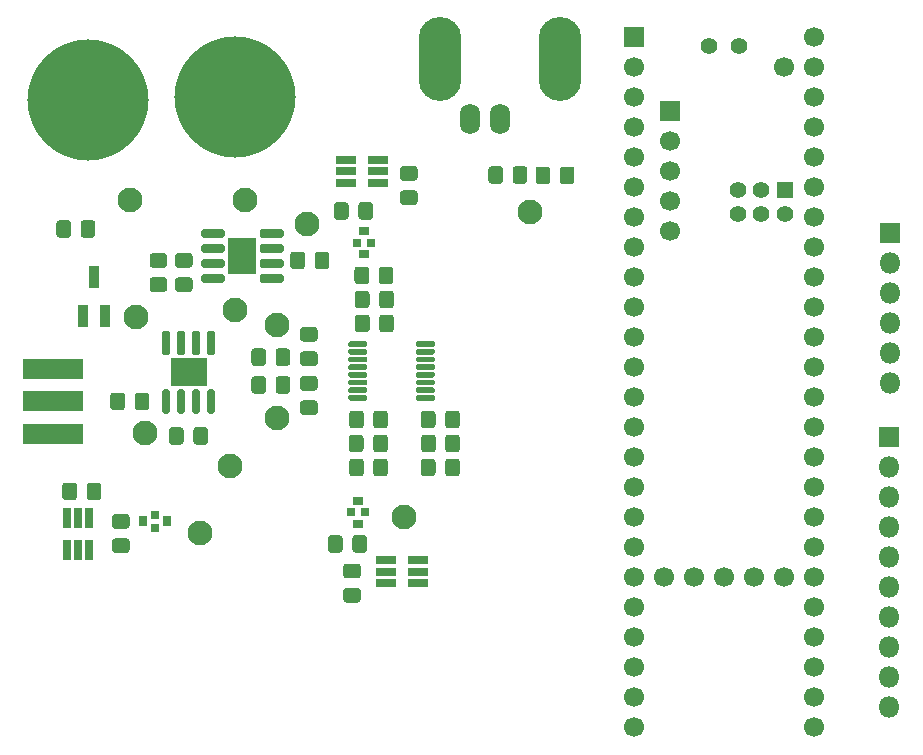
<source format=gbr>
%TF.GenerationSoftware,KiCad,Pcbnew,(5.1.6-0-10_14)*%
%TF.CreationDate,2020-09-18T15:54:44-07:00*%
%TF.ProjectId,AD7766_dev_board,41443737-3636-45f6-9465-765f626f6172,rev?*%
%TF.SameCoordinates,Original*%
%TF.FileFunction,Soldermask,Top*%
%TF.FilePolarity,Negative*%
%FSLAX46Y46*%
G04 Gerber Fmt 4.6, Leading zero omitted, Abs format (unit mm)*
G04 Created by KiCad (PCBNEW (5.1.6-0-10_14)) date 2020-09-18 15:54:44*
%MOMM*%
%LPD*%
G01*
G04 APERTURE LIST*
%ADD10R,0.900000X1.900000*%
%ADD11C,2.100000*%
%ADD12O,1.800000X1.800000*%
%ADD13R,1.800000X1.800000*%
%ADD14C,1.400000*%
%ADD15C,1.700000*%
%ADD16R,1.400000X1.400000*%
%ADD17R,1.700000X1.700000*%
%ADD18R,3.100000X2.390000*%
%ADD19R,1.660000X0.750000*%
%ADD20R,0.750000X1.660000*%
%ADD21R,2.390000X3.100000*%
%ADD22C,10.260000*%
%ADD23O,3.600000X7.100000*%
%ADD24O,1.700000X2.600000*%
%ADD25R,5.180000X1.700000*%
%ADD26R,0.650000X0.700000*%
%ADD27R,0.900000X0.700000*%
%ADD28R,0.700000X0.650000*%
%ADD29R,0.700000X0.900000*%
G04 APERTURE END LIST*
D10*
%TO.C,D2*%
X-13208000Y8890000D03*
X-12258000Y5590000D03*
X-14158000Y5590000D03*
%TD*%
D11*
%TO.C,TP19*%
X2286000Y-3048000D03*
%TD*%
%TO.C,TP18*%
X2286000Y4826000D03*
%TD*%
%TO.C,TP14*%
X-1651000Y-7112000D03*
%TD*%
%TO.C,TP12*%
X-1270000Y6096000D03*
%TD*%
%TO.C,TP8*%
X23749000Y14351000D03*
%TD*%
%TO.C,TP7*%
X13081000Y-11430000D03*
%TD*%
%TO.C,TP6*%
X4826000Y13335000D03*
%TD*%
%TO.C,TP5*%
X-8890000Y-4318000D03*
%TD*%
%TO.C,TP4*%
X-4191000Y-12827000D03*
%TD*%
%TO.C,TP3*%
X-9652000Y5461000D03*
%TD*%
%TO.C,TP2*%
X-381000Y15367000D03*
%TD*%
%TO.C,TP1*%
X-10160000Y15367000D03*
%TD*%
%TO.C,R10*%
G36*
G01*
X26233000Y17008738D02*
X26233000Y17965262D01*
G75*
G02*
X26504738Y18237000I271738J0D01*
G01*
X27211262Y18237000D01*
G75*
G02*
X27483000Y17965262I0J-271738D01*
G01*
X27483000Y17008738D01*
G75*
G02*
X27211262Y16737000I-271738J0D01*
G01*
X26504738Y16737000D01*
G75*
G02*
X26233000Y17008738I0J271738D01*
G01*
G37*
G36*
G01*
X24183000Y17008738D02*
X24183000Y17965262D01*
G75*
G02*
X24454738Y18237000I271738J0D01*
G01*
X25161262Y18237000D01*
G75*
G02*
X25433000Y17965262I0J-271738D01*
G01*
X25433000Y17008738D01*
G75*
G02*
X25161262Y16737000I-271738J0D01*
G01*
X24454738Y16737000D01*
G75*
G02*
X24183000Y17008738I0J271738D01*
G01*
G37*
%TD*%
%TO.C,R9*%
G36*
G01*
X22235000Y17047738D02*
X22235000Y18004262D01*
G75*
G02*
X22506738Y18276000I271738J0D01*
G01*
X23213262Y18276000D01*
G75*
G02*
X23485000Y18004262I0J-271738D01*
G01*
X23485000Y17047738D01*
G75*
G02*
X23213262Y16776000I-271738J0D01*
G01*
X22506738Y16776000D01*
G75*
G02*
X22235000Y17047738I0J271738D01*
G01*
G37*
G36*
G01*
X20185000Y17047738D02*
X20185000Y18004262D01*
G75*
G02*
X20456738Y18276000I271738J0D01*
G01*
X21163262Y18276000D01*
G75*
G02*
X21435000Y18004262I0J-271738D01*
G01*
X21435000Y17047738D01*
G75*
G02*
X21163262Y16776000I-271738J0D01*
G01*
X20456738Y16776000D01*
G75*
G02*
X20185000Y17047738I0J271738D01*
G01*
G37*
%TD*%
D12*
%TO.C,J4*%
X54102000Y-27559000D03*
X54102000Y-25019000D03*
X54102000Y-22479000D03*
X54102000Y-19939000D03*
X54102000Y-17399000D03*
X54102000Y-14859000D03*
X54102000Y-12319000D03*
X54102000Y-9779000D03*
X54102000Y-7239000D03*
D13*
X54102000Y-4699000D03*
%TD*%
D12*
%TO.C,J3*%
X54229000Y-127000D03*
X54229000Y2413000D03*
X54229000Y4953000D03*
X54229000Y7493000D03*
X54229000Y10033000D03*
D13*
X54229000Y12573000D03*
%TD*%
D14*
%TO.C,U9*%
X41402000Y28480000D03*
X38862000Y28480000D03*
D15*
X45212000Y-16510000D03*
X42672000Y-16510000D03*
X40132000Y-16510000D03*
X37592000Y-16510000D03*
X35052000Y-16510000D03*
D14*
X41313600Y16240000D03*
X41313600Y14240000D03*
X43313600Y14240000D03*
X43313600Y16240000D03*
X45313600Y14240000D03*
D16*
X45313600Y16240000D03*
D15*
X32512000Y-11430000D03*
X32512000Y-13970000D03*
X32512000Y-16510000D03*
X32512000Y-19050000D03*
X32512000Y-8890000D03*
X32512000Y-6350000D03*
X32512000Y-3810000D03*
X32512000Y-21590000D03*
X32512000Y-24130000D03*
X32512000Y-26670000D03*
X32512000Y-29210000D03*
X47752000Y-29210000D03*
X47752000Y-26670000D03*
X47752000Y-24130000D03*
X47752000Y-21590000D03*
X47752000Y-19050000D03*
X47752000Y-16510000D03*
X47752000Y-13970000D03*
X47752000Y-11430000D03*
X47752000Y-8890000D03*
X47752000Y-6350000D03*
X32512000Y-1270000D03*
X32512000Y1270000D03*
X32512000Y3810000D03*
X32512000Y6350000D03*
X32512000Y8890000D03*
X32512000Y11430000D03*
X32512000Y13970000D03*
X32512000Y16510000D03*
X32512000Y19050000D03*
X32512000Y21590000D03*
X32512000Y24130000D03*
X32512000Y26670000D03*
D17*
X32512000Y29210000D03*
D15*
X47752000Y-3810000D03*
X47752000Y-1270000D03*
X47752000Y1270000D03*
X47752000Y3810000D03*
X47752000Y6350000D03*
X47752000Y8890000D03*
X47752000Y11430000D03*
X47752000Y13970000D03*
X47752000Y16510000D03*
X47752000Y19050000D03*
X47752000Y21590000D03*
X47752000Y24130000D03*
X47752000Y26670000D03*
X47752000Y29210000D03*
D17*
X35562800Y22910800D03*
D15*
X35562800Y20370800D03*
X35562800Y17830800D03*
X35562800Y15290800D03*
X35562800Y12750800D03*
X45212000Y26670000D03*
%TD*%
%TO.C,U8*%
G36*
G01*
X14071500Y3080000D02*
X14071500Y3330000D01*
G75*
G02*
X14196500Y3455000I125000J0D01*
G01*
X15521500Y3455000D01*
G75*
G02*
X15646500Y3330000I0J-125000D01*
G01*
X15646500Y3080000D01*
G75*
G02*
X15521500Y2955000I-125000J0D01*
G01*
X14196500Y2955000D01*
G75*
G02*
X14071500Y3080000I0J125000D01*
G01*
G37*
G36*
G01*
X14071500Y2430000D02*
X14071500Y2680000D01*
G75*
G02*
X14196500Y2805000I125000J0D01*
G01*
X15521500Y2805000D01*
G75*
G02*
X15646500Y2680000I0J-125000D01*
G01*
X15646500Y2430000D01*
G75*
G02*
X15521500Y2305000I-125000J0D01*
G01*
X14196500Y2305000D01*
G75*
G02*
X14071500Y2430000I0J125000D01*
G01*
G37*
G36*
G01*
X14071500Y1780000D02*
X14071500Y2030000D01*
G75*
G02*
X14196500Y2155000I125000J0D01*
G01*
X15521500Y2155000D01*
G75*
G02*
X15646500Y2030000I0J-125000D01*
G01*
X15646500Y1780000D01*
G75*
G02*
X15521500Y1655000I-125000J0D01*
G01*
X14196500Y1655000D01*
G75*
G02*
X14071500Y1780000I0J125000D01*
G01*
G37*
G36*
G01*
X14071500Y1130000D02*
X14071500Y1380000D01*
G75*
G02*
X14196500Y1505000I125000J0D01*
G01*
X15521500Y1505000D01*
G75*
G02*
X15646500Y1380000I0J-125000D01*
G01*
X15646500Y1130000D01*
G75*
G02*
X15521500Y1005000I-125000J0D01*
G01*
X14196500Y1005000D01*
G75*
G02*
X14071500Y1130000I0J125000D01*
G01*
G37*
G36*
G01*
X14071500Y480000D02*
X14071500Y730000D01*
G75*
G02*
X14196500Y855000I125000J0D01*
G01*
X15521500Y855000D01*
G75*
G02*
X15646500Y730000I0J-125000D01*
G01*
X15646500Y480000D01*
G75*
G02*
X15521500Y355000I-125000J0D01*
G01*
X14196500Y355000D01*
G75*
G02*
X14071500Y480000I0J125000D01*
G01*
G37*
G36*
G01*
X14071500Y-170000D02*
X14071500Y80000D01*
G75*
G02*
X14196500Y205000I125000J0D01*
G01*
X15521500Y205000D01*
G75*
G02*
X15646500Y80000I0J-125000D01*
G01*
X15646500Y-170000D01*
G75*
G02*
X15521500Y-295000I-125000J0D01*
G01*
X14196500Y-295000D01*
G75*
G02*
X14071500Y-170000I0J125000D01*
G01*
G37*
G36*
G01*
X14071500Y-820000D02*
X14071500Y-570000D01*
G75*
G02*
X14196500Y-445000I125000J0D01*
G01*
X15521500Y-445000D01*
G75*
G02*
X15646500Y-570000I0J-125000D01*
G01*
X15646500Y-820000D01*
G75*
G02*
X15521500Y-945000I-125000J0D01*
G01*
X14196500Y-945000D01*
G75*
G02*
X14071500Y-820000I0J125000D01*
G01*
G37*
G36*
G01*
X14071500Y-1470000D02*
X14071500Y-1220000D01*
G75*
G02*
X14196500Y-1095000I125000J0D01*
G01*
X15521500Y-1095000D01*
G75*
G02*
X15646500Y-1220000I0J-125000D01*
G01*
X15646500Y-1470000D01*
G75*
G02*
X15521500Y-1595000I-125000J0D01*
G01*
X14196500Y-1595000D01*
G75*
G02*
X14071500Y-1470000I0J125000D01*
G01*
G37*
G36*
G01*
X8346500Y-1470000D02*
X8346500Y-1220000D01*
G75*
G02*
X8471500Y-1095000I125000J0D01*
G01*
X9796500Y-1095000D01*
G75*
G02*
X9921500Y-1220000I0J-125000D01*
G01*
X9921500Y-1470000D01*
G75*
G02*
X9796500Y-1595000I-125000J0D01*
G01*
X8471500Y-1595000D01*
G75*
G02*
X8346500Y-1470000I0J125000D01*
G01*
G37*
G36*
G01*
X8346500Y-820000D02*
X8346500Y-570000D01*
G75*
G02*
X8471500Y-445000I125000J0D01*
G01*
X9796500Y-445000D01*
G75*
G02*
X9921500Y-570000I0J-125000D01*
G01*
X9921500Y-820000D01*
G75*
G02*
X9796500Y-945000I-125000J0D01*
G01*
X8471500Y-945000D01*
G75*
G02*
X8346500Y-820000I0J125000D01*
G01*
G37*
G36*
G01*
X8346500Y-170000D02*
X8346500Y80000D01*
G75*
G02*
X8471500Y205000I125000J0D01*
G01*
X9796500Y205000D01*
G75*
G02*
X9921500Y80000I0J-125000D01*
G01*
X9921500Y-170000D01*
G75*
G02*
X9796500Y-295000I-125000J0D01*
G01*
X8471500Y-295000D01*
G75*
G02*
X8346500Y-170000I0J125000D01*
G01*
G37*
G36*
G01*
X8346500Y480000D02*
X8346500Y730000D01*
G75*
G02*
X8471500Y855000I125000J0D01*
G01*
X9796500Y855000D01*
G75*
G02*
X9921500Y730000I0J-125000D01*
G01*
X9921500Y480000D01*
G75*
G02*
X9796500Y355000I-125000J0D01*
G01*
X8471500Y355000D01*
G75*
G02*
X8346500Y480000I0J125000D01*
G01*
G37*
G36*
G01*
X8346500Y1130000D02*
X8346500Y1380000D01*
G75*
G02*
X8471500Y1505000I125000J0D01*
G01*
X9796500Y1505000D01*
G75*
G02*
X9921500Y1380000I0J-125000D01*
G01*
X9921500Y1130000D01*
G75*
G02*
X9796500Y1005000I-125000J0D01*
G01*
X8471500Y1005000D01*
G75*
G02*
X8346500Y1130000I0J125000D01*
G01*
G37*
G36*
G01*
X8346500Y1780000D02*
X8346500Y2030000D01*
G75*
G02*
X8471500Y2155000I125000J0D01*
G01*
X9796500Y2155000D01*
G75*
G02*
X9921500Y2030000I0J-125000D01*
G01*
X9921500Y1780000D01*
G75*
G02*
X9796500Y1655000I-125000J0D01*
G01*
X8471500Y1655000D01*
G75*
G02*
X8346500Y1780000I0J125000D01*
G01*
G37*
G36*
G01*
X8346500Y2430000D02*
X8346500Y2680000D01*
G75*
G02*
X8471500Y2805000I125000J0D01*
G01*
X9796500Y2805000D01*
G75*
G02*
X9921500Y2680000I0J-125000D01*
G01*
X9921500Y2430000D01*
G75*
G02*
X9796500Y2305000I-125000J0D01*
G01*
X8471500Y2305000D01*
G75*
G02*
X8346500Y2430000I0J125000D01*
G01*
G37*
G36*
G01*
X8346500Y3080000D02*
X8346500Y3330000D01*
G75*
G02*
X8471500Y3455000I125000J0D01*
G01*
X9796500Y3455000D01*
G75*
G02*
X9921500Y3330000I0J-125000D01*
G01*
X9921500Y3080000D01*
G75*
G02*
X9796500Y2955000I-125000J0D01*
G01*
X8471500Y2955000D01*
G75*
G02*
X8346500Y3080000I0J125000D01*
G01*
G37*
%TD*%
D18*
%TO.C,U7*%
X-5195000Y825500D03*
G36*
G01*
X-6925000Y2275500D02*
X-7275000Y2275500D01*
G75*
G02*
X-7450000Y2450500I0J175000D01*
G01*
X-7450000Y4150500D01*
G75*
G02*
X-7275000Y4325500I175000J0D01*
G01*
X-6925000Y4325500D01*
G75*
G02*
X-6750000Y4150500I0J-175000D01*
G01*
X-6750000Y2450500D01*
G75*
G02*
X-6925000Y2275500I-175000J0D01*
G01*
G37*
G36*
G01*
X-5655000Y2275500D02*
X-6005000Y2275500D01*
G75*
G02*
X-6180000Y2450500I0J175000D01*
G01*
X-6180000Y4150500D01*
G75*
G02*
X-6005000Y4325500I175000J0D01*
G01*
X-5655000Y4325500D01*
G75*
G02*
X-5480000Y4150500I0J-175000D01*
G01*
X-5480000Y2450500D01*
G75*
G02*
X-5655000Y2275500I-175000J0D01*
G01*
G37*
G36*
G01*
X-4385000Y2275500D02*
X-4735000Y2275500D01*
G75*
G02*
X-4910000Y2450500I0J175000D01*
G01*
X-4910000Y4150500D01*
G75*
G02*
X-4735000Y4325500I175000J0D01*
G01*
X-4385000Y4325500D01*
G75*
G02*
X-4210000Y4150500I0J-175000D01*
G01*
X-4210000Y2450500D01*
G75*
G02*
X-4385000Y2275500I-175000J0D01*
G01*
G37*
G36*
G01*
X-3115000Y2275500D02*
X-3465000Y2275500D01*
G75*
G02*
X-3640000Y2450500I0J175000D01*
G01*
X-3640000Y4150500D01*
G75*
G02*
X-3465000Y4325500I175000J0D01*
G01*
X-3115000Y4325500D01*
G75*
G02*
X-2940000Y4150500I0J-175000D01*
G01*
X-2940000Y2450500D01*
G75*
G02*
X-3115000Y2275500I-175000J0D01*
G01*
G37*
G36*
G01*
X-3115000Y-2674500D02*
X-3465000Y-2674500D01*
G75*
G02*
X-3640000Y-2499500I0J175000D01*
G01*
X-3640000Y-799500D01*
G75*
G02*
X-3465000Y-624500I175000J0D01*
G01*
X-3115000Y-624500D01*
G75*
G02*
X-2940000Y-799500I0J-175000D01*
G01*
X-2940000Y-2499500D01*
G75*
G02*
X-3115000Y-2674500I-175000J0D01*
G01*
G37*
G36*
G01*
X-4385000Y-2674500D02*
X-4735000Y-2674500D01*
G75*
G02*
X-4910000Y-2499500I0J175000D01*
G01*
X-4910000Y-799500D01*
G75*
G02*
X-4735000Y-624500I175000J0D01*
G01*
X-4385000Y-624500D01*
G75*
G02*
X-4210000Y-799500I0J-175000D01*
G01*
X-4210000Y-2499500D01*
G75*
G02*
X-4385000Y-2674500I-175000J0D01*
G01*
G37*
G36*
G01*
X-5655000Y-2674500D02*
X-6005000Y-2674500D01*
G75*
G02*
X-6180000Y-2499500I0J175000D01*
G01*
X-6180000Y-799500D01*
G75*
G02*
X-6005000Y-624500I175000J0D01*
G01*
X-5655000Y-624500D01*
G75*
G02*
X-5480000Y-799500I0J-175000D01*
G01*
X-5480000Y-2499500D01*
G75*
G02*
X-5655000Y-2674500I-175000J0D01*
G01*
G37*
G36*
G01*
X-6925000Y-2674500D02*
X-7275000Y-2674500D01*
G75*
G02*
X-7450000Y-2499500I0J175000D01*
G01*
X-7450000Y-799500D01*
G75*
G02*
X-7275000Y-624500I175000J0D01*
G01*
X-6925000Y-624500D01*
G75*
G02*
X-6750000Y-799500I0J-175000D01*
G01*
X-6750000Y-2499500D01*
G75*
G02*
X-6925000Y-2674500I-175000J0D01*
G01*
G37*
%TD*%
D19*
%TO.C,U6*%
X14224000Y-16063000D03*
X14224000Y-15113000D03*
X14224000Y-17013000D03*
X11524000Y-17013000D03*
X11524000Y-16063000D03*
X11524000Y-15113000D03*
%TD*%
%TO.C,U5*%
X8175000Y17827000D03*
X8175000Y16877000D03*
X8175000Y18777000D03*
X10875000Y18777000D03*
X10875000Y17827000D03*
X10875000Y16877000D03*
%TD*%
D20*
%TO.C,U4*%
X-14539000Y-14257000D03*
X-13589000Y-14257000D03*
X-15489000Y-14257000D03*
X-15489000Y-11557000D03*
X-14539000Y-11557000D03*
X-13589000Y-11557000D03*
%TD*%
D21*
%TO.C,U3*%
X-635000Y10668000D03*
G36*
G01*
X815000Y12398000D02*
X815000Y12748000D01*
G75*
G02*
X990000Y12923000I175000J0D01*
G01*
X2690000Y12923000D01*
G75*
G02*
X2865000Y12748000I0J-175000D01*
G01*
X2865000Y12398000D01*
G75*
G02*
X2690000Y12223000I-175000J0D01*
G01*
X990000Y12223000D01*
G75*
G02*
X815000Y12398000I0J175000D01*
G01*
G37*
G36*
G01*
X815000Y11128000D02*
X815000Y11478000D01*
G75*
G02*
X990000Y11653000I175000J0D01*
G01*
X2690000Y11653000D01*
G75*
G02*
X2865000Y11478000I0J-175000D01*
G01*
X2865000Y11128000D01*
G75*
G02*
X2690000Y10953000I-175000J0D01*
G01*
X990000Y10953000D01*
G75*
G02*
X815000Y11128000I0J175000D01*
G01*
G37*
G36*
G01*
X815000Y9858000D02*
X815000Y10208000D01*
G75*
G02*
X990000Y10383000I175000J0D01*
G01*
X2690000Y10383000D01*
G75*
G02*
X2865000Y10208000I0J-175000D01*
G01*
X2865000Y9858000D01*
G75*
G02*
X2690000Y9683000I-175000J0D01*
G01*
X990000Y9683000D01*
G75*
G02*
X815000Y9858000I0J175000D01*
G01*
G37*
G36*
G01*
X815000Y8588000D02*
X815000Y8938000D01*
G75*
G02*
X990000Y9113000I175000J0D01*
G01*
X2690000Y9113000D01*
G75*
G02*
X2865000Y8938000I0J-175000D01*
G01*
X2865000Y8588000D01*
G75*
G02*
X2690000Y8413000I-175000J0D01*
G01*
X990000Y8413000D01*
G75*
G02*
X815000Y8588000I0J175000D01*
G01*
G37*
G36*
G01*
X-4135000Y8588000D02*
X-4135000Y8938000D01*
G75*
G02*
X-3960000Y9113000I175000J0D01*
G01*
X-2260000Y9113000D01*
G75*
G02*
X-2085000Y8938000I0J-175000D01*
G01*
X-2085000Y8588000D01*
G75*
G02*
X-2260000Y8413000I-175000J0D01*
G01*
X-3960000Y8413000D01*
G75*
G02*
X-4135000Y8588000I0J175000D01*
G01*
G37*
G36*
G01*
X-4135000Y9858000D02*
X-4135000Y10208000D01*
G75*
G02*
X-3960000Y10383000I175000J0D01*
G01*
X-2260000Y10383000D01*
G75*
G02*
X-2085000Y10208000I0J-175000D01*
G01*
X-2085000Y9858000D01*
G75*
G02*
X-2260000Y9683000I-175000J0D01*
G01*
X-3960000Y9683000D01*
G75*
G02*
X-4135000Y9858000I0J175000D01*
G01*
G37*
G36*
G01*
X-4135000Y11128000D02*
X-4135000Y11478000D01*
G75*
G02*
X-3960000Y11653000I175000J0D01*
G01*
X-2260000Y11653000D01*
G75*
G02*
X-2085000Y11478000I0J-175000D01*
G01*
X-2085000Y11128000D01*
G75*
G02*
X-2260000Y10953000I-175000J0D01*
G01*
X-3960000Y10953000D01*
G75*
G02*
X-4135000Y11128000I0J175000D01*
G01*
G37*
G36*
G01*
X-4135000Y12398000D02*
X-4135000Y12748000D01*
G75*
G02*
X-3960000Y12923000I175000J0D01*
G01*
X-2260000Y12923000D01*
G75*
G02*
X-2085000Y12748000I0J-175000D01*
G01*
X-2085000Y12398000D01*
G75*
G02*
X-2260000Y12223000I-175000J0D01*
G01*
X-3960000Y12223000D01*
G75*
G02*
X-4135000Y12398000I0J175000D01*
G01*
G37*
%TD*%
D22*
%TO.C,U2*%
X-1270000Y24130000D03*
%TD*%
%TO.C,U1*%
X-13716000Y23876000D03*
%TD*%
%TO.C,R8*%
G36*
G01*
X1369000Y224262D02*
X1369000Y-732262D01*
G75*
G02*
X1097262Y-1004000I-271738J0D01*
G01*
X390738Y-1004000D01*
G75*
G02*
X119000Y-732262I0J271738D01*
G01*
X119000Y224262D01*
G75*
G02*
X390738Y496000I271738J0D01*
G01*
X1097262Y496000D01*
G75*
G02*
X1369000Y224262I0J-271738D01*
G01*
G37*
G36*
G01*
X3419000Y224262D02*
X3419000Y-732262D01*
G75*
G02*
X3147262Y-1004000I-271738J0D01*
G01*
X2440738Y-1004000D01*
G75*
G02*
X2169000Y-732262I0J271738D01*
G01*
X2169000Y224262D01*
G75*
G02*
X2440738Y496000I271738J0D01*
G01*
X3147262Y496000D01*
G75*
G02*
X3419000Y224262I0J-271738D01*
G01*
G37*
%TD*%
%TO.C,R7*%
G36*
G01*
X1369000Y2573762D02*
X1369000Y1617238D01*
G75*
G02*
X1097262Y1345500I-271738J0D01*
G01*
X390738Y1345500D01*
G75*
G02*
X119000Y1617238I0J271738D01*
G01*
X119000Y2573762D01*
G75*
G02*
X390738Y2845500I271738J0D01*
G01*
X1097262Y2845500D01*
G75*
G02*
X1369000Y2573762I0J-271738D01*
G01*
G37*
G36*
G01*
X3419000Y2573762D02*
X3419000Y1617238D01*
G75*
G02*
X3147262Y1345500I-271738J0D01*
G01*
X2440738Y1345500D01*
G75*
G02*
X2169000Y1617238I0J271738D01*
G01*
X2169000Y2573762D01*
G75*
G02*
X2440738Y2845500I271738J0D01*
G01*
X3147262Y2845500D01*
G75*
G02*
X3419000Y2573762I0J-271738D01*
G01*
G37*
%TD*%
%TO.C,R6*%
G36*
G01*
X-5598000Y-4093738D02*
X-5598000Y-5050262D01*
G75*
G02*
X-5869738Y-5322000I-271738J0D01*
G01*
X-6576262Y-5322000D01*
G75*
G02*
X-6848000Y-5050262I0J271738D01*
G01*
X-6848000Y-4093738D01*
G75*
G02*
X-6576262Y-3822000I271738J0D01*
G01*
X-5869738Y-3822000D01*
G75*
G02*
X-5598000Y-4093738I0J-271738D01*
G01*
G37*
G36*
G01*
X-3548000Y-4093738D02*
X-3548000Y-5050262D01*
G75*
G02*
X-3819738Y-5322000I-271738J0D01*
G01*
X-4526262Y-5322000D01*
G75*
G02*
X-4798000Y-5050262I0J271738D01*
G01*
X-4798000Y-4093738D01*
G75*
G02*
X-4526262Y-3822000I271738J0D01*
G01*
X-3819738Y-3822000D01*
G75*
G02*
X-3548000Y-4093738I0J-271738D01*
G01*
G37*
%TD*%
%TO.C,R3*%
G36*
G01*
X-10569000Y-1172738D02*
X-10569000Y-2129262D01*
G75*
G02*
X-10840738Y-2401000I-271738J0D01*
G01*
X-11547262Y-2401000D01*
G75*
G02*
X-11819000Y-2129262I0J271738D01*
G01*
X-11819000Y-1172738D01*
G75*
G02*
X-11547262Y-901000I271738J0D01*
G01*
X-10840738Y-901000D01*
G75*
G02*
X-10569000Y-1172738I0J-271738D01*
G01*
G37*
G36*
G01*
X-8519000Y-1172738D02*
X-8519000Y-2129262D01*
G75*
G02*
X-8790738Y-2401000I-271738J0D01*
G01*
X-9497262Y-2401000D01*
G75*
G02*
X-9769000Y-2129262I0J271738D01*
G01*
X-9769000Y-1172738D01*
G75*
G02*
X-9497262Y-901000I271738J0D01*
G01*
X-8790738Y-901000D01*
G75*
G02*
X-8519000Y-1172738I0J-271738D01*
G01*
G37*
%TD*%
D23*
%TO.C,J2*%
X26289000Y27305000D03*
D24*
X21209000Y22225000D03*
D23*
X16129000Y27305000D03*
D24*
X18669000Y22225000D03*
%TD*%
D25*
%TO.C,J1*%
X-16706000Y-4421000D03*
X-16706000Y1119000D03*
X-16706000Y-1651000D03*
%TD*%
D26*
%TO.C,FL3*%
X9719000Y-11049000D03*
X8569000Y-11049000D03*
D27*
X9144000Y-10065000D03*
X9144000Y-12065000D03*
%TD*%
D26*
%TO.C,FL2*%
X9077000Y11779000D03*
X10227000Y11779000D03*
D27*
X9652000Y10795000D03*
X9652000Y12795000D03*
%TD*%
D28*
%TO.C,FL1*%
X-8001000Y-12386000D03*
X-8001000Y-11236000D03*
D29*
X-7017000Y-11811000D03*
X-9017000Y-11811000D03*
%TD*%
%TO.C,D1*%
G36*
G01*
X-14341000Y12475738D02*
X-14341000Y13432262D01*
G75*
G02*
X-14069262Y13704000I271738J0D01*
G01*
X-13362738Y13704000D01*
G75*
G02*
X-13091000Y13432262I0J-271738D01*
G01*
X-13091000Y12475738D01*
G75*
G02*
X-13362738Y12204000I-271738J0D01*
G01*
X-14069262Y12204000D01*
G75*
G02*
X-14341000Y12475738I0J271738D01*
G01*
G37*
G36*
G01*
X-16391000Y12475738D02*
X-16391000Y13432262D01*
G75*
G02*
X-16119262Y13704000I271738J0D01*
G01*
X-15412738Y13704000D01*
G75*
G02*
X-15141000Y13432262I0J-271738D01*
G01*
X-15141000Y12475738D01*
G75*
G02*
X-15412738Y12204000I-271738J0D01*
G01*
X-16119262Y12204000D01*
G75*
G02*
X-16391000Y12475738I0J271738D01*
G01*
G37*
%TD*%
%TO.C,CD9*%
G36*
G01*
X16520000Y-3653262D02*
X16520000Y-2696738D01*
G75*
G02*
X16791738Y-2425000I271738J0D01*
G01*
X17498262Y-2425000D01*
G75*
G02*
X17770000Y-2696738I0J-271738D01*
G01*
X17770000Y-3653262D01*
G75*
G02*
X17498262Y-3925000I-271738J0D01*
G01*
X16791738Y-3925000D01*
G75*
G02*
X16520000Y-3653262I0J271738D01*
G01*
G37*
G36*
G01*
X14470000Y-3653262D02*
X14470000Y-2696738D01*
G75*
G02*
X14741738Y-2425000I271738J0D01*
G01*
X15448262Y-2425000D01*
G75*
G02*
X15720000Y-2696738I0J-271738D01*
G01*
X15720000Y-3653262D01*
G75*
G02*
X15448262Y-3925000I-271738J0D01*
G01*
X14741738Y-3925000D01*
G75*
G02*
X14470000Y-3653262I0J271738D01*
G01*
G37*
%TD*%
%TO.C,CD8*%
G36*
G01*
X16538000Y-5685262D02*
X16538000Y-4728738D01*
G75*
G02*
X16809738Y-4457000I271738J0D01*
G01*
X17516262Y-4457000D01*
G75*
G02*
X17788000Y-4728738I0J-271738D01*
G01*
X17788000Y-5685262D01*
G75*
G02*
X17516262Y-5957000I-271738J0D01*
G01*
X16809738Y-5957000D01*
G75*
G02*
X16538000Y-5685262I0J271738D01*
G01*
G37*
G36*
G01*
X14488000Y-5685262D02*
X14488000Y-4728738D01*
G75*
G02*
X14759738Y-4457000I271738J0D01*
G01*
X15466262Y-4457000D01*
G75*
G02*
X15738000Y-4728738I0J-271738D01*
G01*
X15738000Y-5685262D01*
G75*
G02*
X15466262Y-5957000I-271738J0D01*
G01*
X14759738Y-5957000D01*
G75*
G02*
X14488000Y-5685262I0J271738D01*
G01*
G37*
%TD*%
%TO.C,CD7*%
G36*
G01*
X10897000Y8538738D02*
X10897000Y9495262D01*
G75*
G02*
X11168738Y9767000I271738J0D01*
G01*
X11875262Y9767000D01*
G75*
G02*
X12147000Y9495262I0J-271738D01*
G01*
X12147000Y8538738D01*
G75*
G02*
X11875262Y8267000I-271738J0D01*
G01*
X11168738Y8267000D01*
G75*
G02*
X10897000Y8538738I0J271738D01*
G01*
G37*
G36*
G01*
X8847000Y8538738D02*
X8847000Y9495262D01*
G75*
G02*
X9118738Y9767000I271738J0D01*
G01*
X9825262Y9767000D01*
G75*
G02*
X10097000Y9495262I0J-271738D01*
G01*
X10097000Y8538738D01*
G75*
G02*
X9825262Y8267000I-271738J0D01*
G01*
X9118738Y8267000D01*
G75*
G02*
X8847000Y8538738I0J271738D01*
G01*
G37*
%TD*%
%TO.C,CD6*%
G36*
G01*
X16520000Y-7717262D02*
X16520000Y-6760738D01*
G75*
G02*
X16791738Y-6489000I271738J0D01*
G01*
X17498262Y-6489000D01*
G75*
G02*
X17770000Y-6760738I0J-271738D01*
G01*
X17770000Y-7717262D01*
G75*
G02*
X17498262Y-7989000I-271738J0D01*
G01*
X16791738Y-7989000D01*
G75*
G02*
X16520000Y-7717262I0J271738D01*
G01*
G37*
G36*
G01*
X14470000Y-7717262D02*
X14470000Y-6760738D01*
G75*
G02*
X14741738Y-6489000I271738J0D01*
G01*
X15448262Y-6489000D01*
G75*
G02*
X15720000Y-6760738I0J-271738D01*
G01*
X15720000Y-7717262D01*
G75*
G02*
X15448262Y-7989000I-271738J0D01*
G01*
X14741738Y-7989000D01*
G75*
G02*
X14470000Y-7717262I0J271738D01*
G01*
G37*
%TD*%
%TO.C,CD5*%
G36*
G01*
X10932000Y6506738D02*
X10932000Y7463262D01*
G75*
G02*
X11203738Y7735000I271738J0D01*
G01*
X11910262Y7735000D01*
G75*
G02*
X12182000Y7463262I0J-271738D01*
G01*
X12182000Y6506738D01*
G75*
G02*
X11910262Y6235000I-271738J0D01*
G01*
X11203738Y6235000D01*
G75*
G02*
X10932000Y6506738I0J271738D01*
G01*
G37*
G36*
G01*
X8882000Y6506738D02*
X8882000Y7463262D01*
G75*
G02*
X9153738Y7735000I271738J0D01*
G01*
X9860262Y7735000D01*
G75*
G02*
X10132000Y7463262I0J-271738D01*
G01*
X10132000Y6506738D01*
G75*
G02*
X9860262Y6235000I-271738J0D01*
G01*
X9153738Y6235000D01*
G75*
G02*
X8882000Y6506738I0J271738D01*
G01*
G37*
%TD*%
%TO.C,CD4*%
G36*
G01*
X10941000Y4474738D02*
X10941000Y5431262D01*
G75*
G02*
X11212738Y5703000I271738J0D01*
G01*
X11919262Y5703000D01*
G75*
G02*
X12191000Y5431262I0J-271738D01*
G01*
X12191000Y4474738D01*
G75*
G02*
X11919262Y4203000I-271738J0D01*
G01*
X11212738Y4203000D01*
G75*
G02*
X10941000Y4474738I0J271738D01*
G01*
G37*
G36*
G01*
X8891000Y4474738D02*
X8891000Y5431262D01*
G75*
G02*
X9162738Y5703000I271738J0D01*
G01*
X9869262Y5703000D01*
G75*
G02*
X10141000Y5431262I0J-271738D01*
G01*
X10141000Y4474738D01*
G75*
G02*
X9869262Y4203000I-271738J0D01*
G01*
X9162738Y4203000D01*
G75*
G02*
X8891000Y4474738I0J271738D01*
G01*
G37*
%TD*%
%TO.C,CD3*%
G36*
G01*
X10442000Y-3653262D02*
X10442000Y-2696738D01*
G75*
G02*
X10713738Y-2425000I271738J0D01*
G01*
X11420262Y-2425000D01*
G75*
G02*
X11692000Y-2696738I0J-271738D01*
G01*
X11692000Y-3653262D01*
G75*
G02*
X11420262Y-3925000I-271738J0D01*
G01*
X10713738Y-3925000D01*
G75*
G02*
X10442000Y-3653262I0J271738D01*
G01*
G37*
G36*
G01*
X8392000Y-3653262D02*
X8392000Y-2696738D01*
G75*
G02*
X8663738Y-2425000I271738J0D01*
G01*
X9370262Y-2425000D01*
G75*
G02*
X9642000Y-2696738I0J-271738D01*
G01*
X9642000Y-3653262D01*
G75*
G02*
X9370262Y-3925000I-271738J0D01*
G01*
X8663738Y-3925000D01*
G75*
G02*
X8392000Y-3653262I0J271738D01*
G01*
G37*
%TD*%
%TO.C,CD2*%
G36*
G01*
X10424000Y-5685262D02*
X10424000Y-4728738D01*
G75*
G02*
X10695738Y-4457000I271738J0D01*
G01*
X11402262Y-4457000D01*
G75*
G02*
X11674000Y-4728738I0J-271738D01*
G01*
X11674000Y-5685262D01*
G75*
G02*
X11402262Y-5957000I-271738J0D01*
G01*
X10695738Y-5957000D01*
G75*
G02*
X10424000Y-5685262I0J271738D01*
G01*
G37*
G36*
G01*
X8374000Y-5685262D02*
X8374000Y-4728738D01*
G75*
G02*
X8645738Y-4457000I271738J0D01*
G01*
X9352262Y-4457000D01*
G75*
G02*
X9624000Y-4728738I0J-271738D01*
G01*
X9624000Y-5685262D01*
G75*
G02*
X9352262Y-5957000I-271738J0D01*
G01*
X8645738Y-5957000D01*
G75*
G02*
X8374000Y-5685262I0J271738D01*
G01*
G37*
%TD*%
%TO.C,CD1*%
G36*
G01*
X10442000Y-7717262D02*
X10442000Y-6760738D01*
G75*
G02*
X10713738Y-6489000I271738J0D01*
G01*
X11420262Y-6489000D01*
G75*
G02*
X11692000Y-6760738I0J-271738D01*
G01*
X11692000Y-7717262D01*
G75*
G02*
X11420262Y-7989000I-271738J0D01*
G01*
X10713738Y-7989000D01*
G75*
G02*
X10442000Y-7717262I0J271738D01*
G01*
G37*
G36*
G01*
X8392000Y-7717262D02*
X8392000Y-6760738D01*
G75*
G02*
X8663738Y-6489000I271738J0D01*
G01*
X9370262Y-6489000D01*
G75*
G02*
X9642000Y-6760738I0J-271738D01*
G01*
X9642000Y-7717262D01*
G75*
G02*
X9370262Y-7989000I-271738J0D01*
G01*
X8663738Y-7989000D01*
G75*
G02*
X8392000Y-7717262I0J271738D01*
G01*
G37*
%TD*%
%TO.C,C12*%
G36*
G01*
X4521738Y-1552000D02*
X5478262Y-1552000D01*
G75*
G02*
X5750000Y-1823738I0J-271738D01*
G01*
X5750000Y-2530262D01*
G75*
G02*
X5478262Y-2802000I-271738J0D01*
G01*
X4521738Y-2802000D01*
G75*
G02*
X4250000Y-2530262I0J271738D01*
G01*
X4250000Y-1823738D01*
G75*
G02*
X4521738Y-1552000I271738J0D01*
G01*
G37*
G36*
G01*
X4521738Y498000D02*
X5478262Y498000D01*
G75*
G02*
X5750000Y226262I0J-271738D01*
G01*
X5750000Y-480262D01*
G75*
G02*
X5478262Y-752000I-271738J0D01*
G01*
X4521738Y-752000D01*
G75*
G02*
X4250000Y-480262I0J271738D01*
G01*
X4250000Y226262D01*
G75*
G02*
X4521738Y498000I271738J0D01*
G01*
G37*
%TD*%
%TO.C,C11*%
G36*
G01*
X4521738Y2600000D02*
X5478262Y2600000D01*
G75*
G02*
X5750000Y2328262I0J-271738D01*
G01*
X5750000Y1621738D01*
G75*
G02*
X5478262Y1350000I-271738J0D01*
G01*
X4521738Y1350000D01*
G75*
G02*
X4250000Y1621738I0J271738D01*
G01*
X4250000Y2328262D01*
G75*
G02*
X4521738Y2600000I271738J0D01*
G01*
G37*
G36*
G01*
X4521738Y4650000D02*
X5478262Y4650000D01*
G75*
G02*
X5750000Y4378262I0J-271738D01*
G01*
X5750000Y3671738D01*
G75*
G02*
X5478262Y3400000I-271738J0D01*
G01*
X4521738Y3400000D01*
G75*
G02*
X4250000Y3671738I0J271738D01*
G01*
X4250000Y4378262D01*
G75*
G02*
X4521738Y4650000I271738J0D01*
G01*
G37*
%TD*%
%TO.C,C9*%
G36*
G01*
X7864000Y-13237738D02*
X7864000Y-14194262D01*
G75*
G02*
X7592262Y-14466000I-271738J0D01*
G01*
X6885738Y-14466000D01*
G75*
G02*
X6614000Y-14194262I0J271738D01*
G01*
X6614000Y-13237738D01*
G75*
G02*
X6885738Y-12966000I271738J0D01*
G01*
X7592262Y-12966000D01*
G75*
G02*
X7864000Y-13237738I0J-271738D01*
G01*
G37*
G36*
G01*
X9914000Y-13237738D02*
X9914000Y-14194262D01*
G75*
G02*
X9642262Y-14466000I-271738J0D01*
G01*
X8935738Y-14466000D01*
G75*
G02*
X8664000Y-14194262I0J271738D01*
G01*
X8664000Y-13237738D01*
G75*
G02*
X8935738Y-12966000I271738J0D01*
G01*
X9642262Y-12966000D01*
G75*
G02*
X9914000Y-13237738I0J-271738D01*
G01*
G37*
%TD*%
%TO.C,C8*%
G36*
G01*
X8372000Y14956262D02*
X8372000Y13999738D01*
G75*
G02*
X8100262Y13728000I-271738J0D01*
G01*
X7393738Y13728000D01*
G75*
G02*
X7122000Y13999738I0J271738D01*
G01*
X7122000Y14956262D01*
G75*
G02*
X7393738Y15228000I271738J0D01*
G01*
X8100262Y15228000D01*
G75*
G02*
X8372000Y14956262I0J-271738D01*
G01*
G37*
G36*
G01*
X10422000Y14956262D02*
X10422000Y13999738D01*
G75*
G02*
X10150262Y13728000I-271738J0D01*
G01*
X9443738Y13728000D01*
G75*
G02*
X9172000Y13999738I0J271738D01*
G01*
X9172000Y14956262D01*
G75*
G02*
X9443738Y15228000I271738J0D01*
G01*
X10150262Y15228000D01*
G75*
G02*
X10422000Y14956262I0J-271738D01*
G01*
G37*
%TD*%
%TO.C,C7*%
G36*
G01*
X-11400262Y-13236000D02*
X-10443738Y-13236000D01*
G75*
G02*
X-10172000Y-13507738I0J-271738D01*
G01*
X-10172000Y-14214262D01*
G75*
G02*
X-10443738Y-14486000I-271738J0D01*
G01*
X-11400262Y-14486000D01*
G75*
G02*
X-11672000Y-14214262I0J271738D01*
G01*
X-11672000Y-13507738D01*
G75*
G02*
X-11400262Y-13236000I271738J0D01*
G01*
G37*
G36*
G01*
X-11400262Y-11186000D02*
X-10443738Y-11186000D01*
G75*
G02*
X-10172000Y-11457738I0J-271738D01*
G01*
X-10172000Y-12164262D01*
G75*
G02*
X-10443738Y-12436000I-271738J0D01*
G01*
X-11400262Y-12436000D01*
G75*
G02*
X-11672000Y-12164262I0J271738D01*
G01*
X-11672000Y-11457738D01*
G75*
G02*
X-11400262Y-11186000I271738J0D01*
G01*
G37*
%TD*%
%TO.C,C6*%
G36*
G01*
X5471000Y9808738D02*
X5471000Y10765262D01*
G75*
G02*
X5742738Y11037000I271738J0D01*
G01*
X6449262Y11037000D01*
G75*
G02*
X6721000Y10765262I0J-271738D01*
G01*
X6721000Y9808738D01*
G75*
G02*
X6449262Y9537000I-271738J0D01*
G01*
X5742738Y9537000D01*
G75*
G02*
X5471000Y9808738I0J271738D01*
G01*
G37*
G36*
G01*
X3421000Y9808738D02*
X3421000Y10765262D01*
G75*
G02*
X3692738Y11037000I271738J0D01*
G01*
X4399262Y11037000D01*
G75*
G02*
X4671000Y10765262I0J-271738D01*
G01*
X4671000Y9808738D01*
G75*
G02*
X4399262Y9537000I-271738J0D01*
G01*
X3692738Y9537000D01*
G75*
G02*
X3421000Y9808738I0J271738D01*
G01*
G37*
%TD*%
%TO.C,C5*%
G36*
G01*
X8157738Y-17427000D02*
X9114262Y-17427000D01*
G75*
G02*
X9386000Y-17698738I0J-271738D01*
G01*
X9386000Y-18405262D01*
G75*
G02*
X9114262Y-18677000I-271738J0D01*
G01*
X8157738Y-18677000D01*
G75*
G02*
X7886000Y-18405262I0J271738D01*
G01*
X7886000Y-17698738D01*
G75*
G02*
X8157738Y-17427000I271738J0D01*
G01*
G37*
G36*
G01*
X8157738Y-15377000D02*
X9114262Y-15377000D01*
G75*
G02*
X9386000Y-15648738I0J-271738D01*
G01*
X9386000Y-16355262D01*
G75*
G02*
X9114262Y-16627000I-271738J0D01*
G01*
X8157738Y-16627000D01*
G75*
G02*
X7886000Y-16355262I0J271738D01*
G01*
X7886000Y-15648738D01*
G75*
G02*
X8157738Y-15377000I271738J0D01*
G01*
G37*
%TD*%
%TO.C,C4*%
G36*
G01*
X12983738Y16228000D02*
X13940262Y16228000D01*
G75*
G02*
X14212000Y15956262I0J-271738D01*
G01*
X14212000Y15249738D01*
G75*
G02*
X13940262Y14978000I-271738J0D01*
G01*
X12983738Y14978000D01*
G75*
G02*
X12712000Y15249738I0J271738D01*
G01*
X12712000Y15956262D01*
G75*
G02*
X12983738Y16228000I271738J0D01*
G01*
G37*
G36*
G01*
X12983738Y18278000D02*
X13940262Y18278000D01*
G75*
G02*
X14212000Y18006262I0J-271738D01*
G01*
X14212000Y17299738D01*
G75*
G02*
X13940262Y17028000I-271738J0D01*
G01*
X12983738Y17028000D01*
G75*
G02*
X12712000Y17299738I0J271738D01*
G01*
X12712000Y18006262D01*
G75*
G02*
X12983738Y18278000I271738J0D01*
G01*
G37*
%TD*%
%TO.C,C3*%
G36*
G01*
X-6066262Y8862000D02*
X-5109738Y8862000D01*
G75*
G02*
X-4838000Y8590262I0J-271738D01*
G01*
X-4838000Y7883738D01*
G75*
G02*
X-5109738Y7612000I-271738J0D01*
G01*
X-6066262Y7612000D01*
G75*
G02*
X-6338000Y7883738I0J271738D01*
G01*
X-6338000Y8590262D01*
G75*
G02*
X-6066262Y8862000I271738J0D01*
G01*
G37*
G36*
G01*
X-6066262Y10912000D02*
X-5109738Y10912000D01*
G75*
G02*
X-4838000Y10640262I0J-271738D01*
G01*
X-4838000Y9933738D01*
G75*
G02*
X-5109738Y9662000I-271738J0D01*
G01*
X-6066262Y9662000D01*
G75*
G02*
X-6338000Y9933738I0J271738D01*
G01*
X-6338000Y10640262D01*
G75*
G02*
X-6066262Y10912000I271738J0D01*
G01*
G37*
%TD*%
%TO.C,C2*%
G36*
G01*
X-13833000Y-9749262D02*
X-13833000Y-8792738D01*
G75*
G02*
X-13561262Y-8521000I271738J0D01*
G01*
X-12854738Y-8521000D01*
G75*
G02*
X-12583000Y-8792738I0J-271738D01*
G01*
X-12583000Y-9749262D01*
G75*
G02*
X-12854738Y-10021000I-271738J0D01*
G01*
X-13561262Y-10021000D01*
G75*
G02*
X-13833000Y-9749262I0J271738D01*
G01*
G37*
G36*
G01*
X-15883000Y-9749262D02*
X-15883000Y-8792738D01*
G75*
G02*
X-15611262Y-8521000I271738J0D01*
G01*
X-14904738Y-8521000D01*
G75*
G02*
X-14633000Y-8792738I0J-271738D01*
G01*
X-14633000Y-9749262D01*
G75*
G02*
X-14904738Y-10021000I-271738J0D01*
G01*
X-15611262Y-10021000D01*
G75*
G02*
X-15883000Y-9749262I0J271738D01*
G01*
G37*
%TD*%
%TO.C,C1*%
G36*
G01*
X-8225262Y8862000D02*
X-7268738Y8862000D01*
G75*
G02*
X-6997000Y8590262I0J-271738D01*
G01*
X-6997000Y7883738D01*
G75*
G02*
X-7268738Y7612000I-271738J0D01*
G01*
X-8225262Y7612000D01*
G75*
G02*
X-8497000Y7883738I0J271738D01*
G01*
X-8497000Y8590262D01*
G75*
G02*
X-8225262Y8862000I271738J0D01*
G01*
G37*
G36*
G01*
X-8225262Y10912000D02*
X-7268738Y10912000D01*
G75*
G02*
X-6997000Y10640262I0J-271738D01*
G01*
X-6997000Y9933738D01*
G75*
G02*
X-7268738Y9662000I-271738J0D01*
G01*
X-8225262Y9662000D01*
G75*
G02*
X-8497000Y9933738I0J271738D01*
G01*
X-8497000Y10640262D01*
G75*
G02*
X-8225262Y10912000I271738J0D01*
G01*
G37*
%TD*%
M02*

</source>
